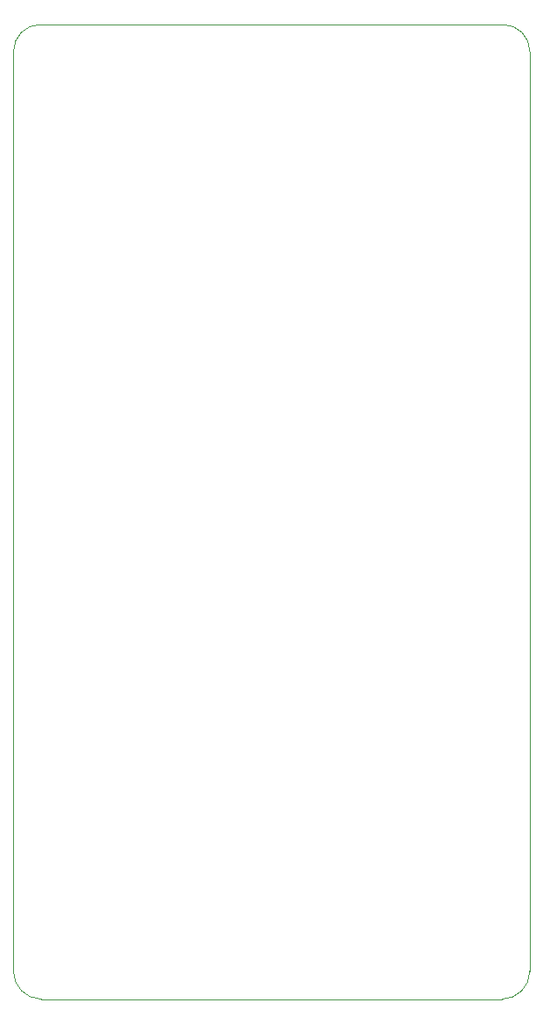
<source format=gm1>
%TF.GenerationSoftware,KiCad,Pcbnew,(6.0.5-0)*%
%TF.CreationDate,2022-09-11T18:06:33+10:00*%
%TF.ProjectId,gay-ipod,6761792d-6970-46f6-942e-6b696361645f,rev?*%
%TF.SameCoordinates,Original*%
%TF.FileFunction,Profile,NP*%
%FSLAX46Y46*%
G04 Gerber Fmt 4.6, Leading zero omitted, Abs format (unit mm)*
G04 Created by KiCad (PCBNEW (6.0.5-0)) date 2022-09-11 18:06:33*
%MOMM*%
%LPD*%
G01*
G04 APERTURE LIST*
%TA.AperFunction,Profile*%
%ADD10C,0.100000*%
%TD*%
G04 APERTURE END LIST*
D10*
X115100000Y-149100000D02*
X115100000Y-60200000D01*
X165100000Y-60200000D02*
X165100000Y-149100000D01*
X117700000Y-57600000D02*
G75*
G03*
X115100000Y-60200000I0J-2600000D01*
G01*
X162400000Y-151800000D02*
X117800000Y-151800000D01*
X117700000Y-57600000D02*
X162500000Y-57600000D01*
X165100000Y-60200000D02*
G75*
G03*
X162500000Y-57600000I-2600000J0D01*
G01*
X162400000Y-151800000D02*
G75*
G03*
X165100000Y-149100000I0J2700000D01*
G01*
X115100000Y-149100000D02*
G75*
G03*
X117800000Y-151800000I2700000J0D01*
G01*
M02*

</source>
